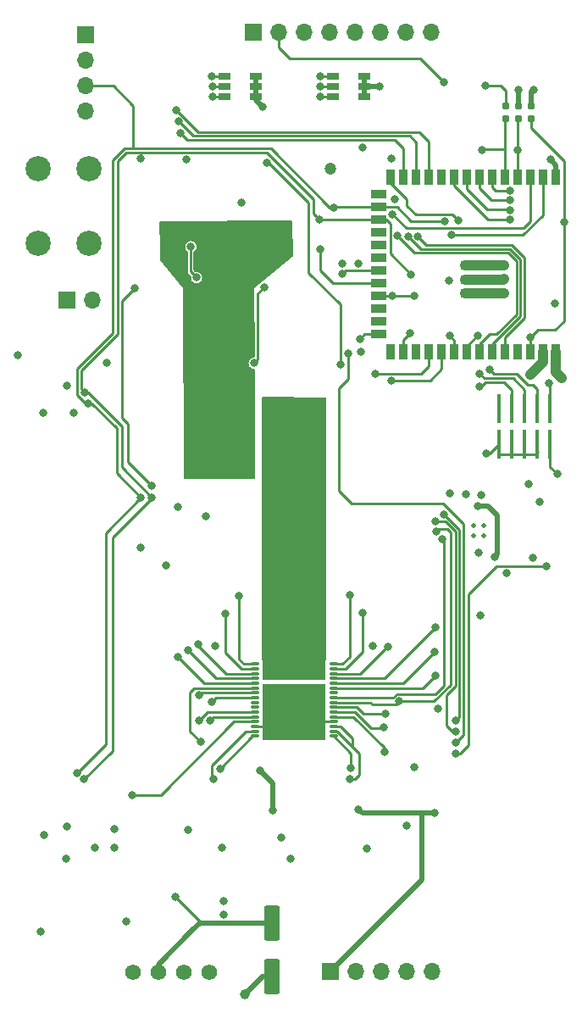
<source format=gbr>
%TF.GenerationSoftware,KiCad,Pcbnew,8.0.7*%
%TF.CreationDate,2025-01-03T18:41:47-08:00*%
%TF.ProjectId,bitaxeMax,62697461-7865-44d6-9178-2e6b69636164,rev?*%
%TF.SameCoordinates,Original*%
%TF.FileFunction,Copper,L4,Bot*%
%TF.FilePolarity,Positive*%
%FSLAX46Y46*%
G04 Gerber Fmt 4.6, Leading zero omitted, Abs format (unit mm)*
G04 Created by KiCad (PCBNEW 8.0.7) date 2025-01-03 18:41:47*
%MOMM*%
%LPD*%
G01*
G04 APERTURE LIST*
G04 Aperture macros list*
%AMRoundRect*
0 Rectangle with rounded corners*
0 $1 Rounding radius*
0 $2 $3 $4 $5 $6 $7 $8 $9 X,Y pos of 4 corners*
0 Add a 4 corners polygon primitive as box body*
4,1,4,$2,$3,$4,$5,$6,$7,$8,$9,$2,$3,0*
0 Add four circle primitives for the rounded corners*
1,1,$1+$1,$2,$3*
1,1,$1+$1,$4,$5*
1,1,$1+$1,$6,$7*
1,1,$1+$1,$8,$9*
0 Add four rect primitives between the rounded corners*
20,1,$1+$1,$2,$3,$4,$5,0*
20,1,$1+$1,$4,$5,$6,$7,0*
20,1,$1+$1,$6,$7,$8,$9,0*
20,1,$1+$1,$8,$9,$2,$3,0*%
G04 Aperture macros list end*
%TA.AperFunction,ComponentPad*%
%ADD10C,0.500000*%
%TD*%
%TA.AperFunction,ComponentPad*%
%ADD11C,0.400000*%
%TD*%
%TA.AperFunction,ComponentPad*%
%ADD12C,1.574800*%
%TD*%
%TA.AperFunction,ComponentPad*%
%ADD13R,1.700000X1.700000*%
%TD*%
%TA.AperFunction,ComponentPad*%
%ADD14O,1.700000X1.700000*%
%TD*%
%TA.AperFunction,ComponentPad*%
%ADD15C,2.520000*%
%TD*%
%TA.AperFunction,SMDPad,CuDef*%
%ADD16R,0.900000X1.500000*%
%TD*%
%TA.AperFunction,SMDPad,CuDef*%
%ADD17R,1.500000X0.900000*%
%TD*%
%TA.AperFunction,SMDPad,CuDef*%
%ADD18R,0.900000X0.900000*%
%TD*%
%TA.AperFunction,SMDPad,CuDef*%
%ADD19RoundRect,0.135000X0.295000X0.000010X-0.295000X0.000010X-0.295000X-0.000010X0.295000X-0.000010X0*%
%TD*%
%TA.AperFunction,SMDPad,CuDef*%
%ADD20R,6.300000X1.850000*%
%TD*%
%TA.AperFunction,SMDPad,CuDef*%
%ADD21R,6.300000X5.550000*%
%TD*%
%TA.AperFunction,ConnectorPad*%
%ADD22C,0.787400*%
%TD*%
%TA.AperFunction,SMDPad,CuDef*%
%ADD23R,1.193800X0.711200*%
%TD*%
%TA.AperFunction,SMDPad,CuDef*%
%ADD24RoundRect,0.250000X-0.550000X1.500000X-0.550000X-1.500000X0.550000X-1.500000X0.550000X1.500000X0*%
%TD*%
%TA.AperFunction,SMDPad,CuDef*%
%ADD25R,0.457200X2.997200*%
%TD*%
%TA.AperFunction,ViaPad*%
%ADD26C,0.800000*%
%TD*%
%TA.AperFunction,ViaPad*%
%ADD27C,1.000000*%
%TD*%
%TA.AperFunction,ViaPad*%
%ADD28C,1.200000*%
%TD*%
%TA.AperFunction,Conductor*%
%ADD29C,0.254000*%
%TD*%
%TA.AperFunction,Conductor*%
%ADD30C,0.508000*%
%TD*%
%TA.AperFunction,Conductor*%
%ADD31C,1.000000*%
%TD*%
G04 APERTURE END LIST*
D10*
%TO.P,U2,16,GND*%
%TO.N,GND*%
X124660000Y-99060000D03*
%TO.P,U2,17,GND*%
X124660000Y-100060000D03*
%TO.P,U2,18,GND*%
X123660000Y-100060000D03*
%TO.P,U2,19,GND*%
X123660000Y-99060000D03*
%TD*%
D11*
%TO.P,U9,11,GND*%
%TO.N,GND*%
X98201691Y-68847200D03*
X99151691Y-69422200D03*
X97251691Y-69422200D03*
X98201691Y-69997200D03*
%TD*%
D12*
%TO.P,J4,1,Pin_1*%
%TO.N,GND*%
X89621000Y-143622000D03*
%TO.P,J4,2,Pin_2*%
%TO.N,/5V*%
X92161000Y-143622000D03*
%TO.P,J4,3,Pin_3*%
%TO.N,/Fan/FAN_TACH*%
X94701000Y-143622000D03*
%TO.P,J4,4,Pin_4*%
%TO.N,/Fan/FAN_PWM*%
X97241000Y-143622000D03*
%TD*%
D13*
%TO.P,J9,1,Pin_1*%
%TO.N,GND*%
X84859000Y-50049000D03*
D14*
%TO.P,J9,2,Pin_2*%
%TO.N,/3V3*%
X84859000Y-52589000D03*
%TO.P,J9,3,Pin_3*%
%TO.N,/SCL*%
X84859000Y-55129000D03*
%TO.P,J9,4,Pin_4*%
%TO.N,/SDA*%
X84859000Y-57669000D03*
%TD*%
D15*
%TO.P,J2,1,Pin_1*%
%TO.N,GND*%
X85190000Y-63390000D03*
X80110000Y-63390000D03*
%TD*%
%TO.P,J1,1,Pin_1*%
%TO.N,/Power/VIN*%
X85190000Y-70810000D03*
X80110000Y-70810000D03*
%TD*%
D13*
%TO.P,J6,1,Pin_1*%
%TO.N,/BI*%
X101626000Y-49799000D03*
D14*
%TO.P,J6,2,Pin_2*%
%TO.N,/RST*%
X104166000Y-49799000D03*
%TO.P,J6,3,Pin_3*%
%TO.N,/RX*%
X106706000Y-49799000D03*
%TO.P,J6,4,Pin_4*%
%TO.N,/TX*%
X109246000Y-49799000D03*
%TO.P,J6,5,Pin_5*%
%TO.N,/SDA*%
X111786000Y-49799000D03*
%TO.P,J6,6,Pin_6*%
%TO.N,/SCL*%
X114326000Y-49799000D03*
%TO.P,J6,7,Pin_7*%
%TO.N,/3V3*%
X116866000Y-49799000D03*
%TO.P,J6,8,Pin_8*%
%TO.N,GND*%
X119406000Y-49799000D03*
%TD*%
D13*
%TO.P,J7,1,Pin_1*%
%TO.N,/Power/VIN*%
X83000000Y-76540000D03*
D14*
%TO.P,J7,2,Pin_2*%
%TO.N,/5V*%
X85540000Y-76540000D03*
%TD*%
D13*
%TO.P,J3,1,Pin_1*%
%TO.N,/BM1397/1V8*%
X109350000Y-143580000D03*
D14*
%TO.P,J3,2,Pin_2*%
%TO.N,/BM1397/CI*%
X111890000Y-143580000D03*
%TO.P,J3,3,Pin_3*%
%TO.N,/BM1397/RO*%
X114430000Y-143580000D03*
%TO.P,J3,4,Pin_4*%
%TO.N,/BM1397/RST_N*%
X116970000Y-143580000D03*
%TO.P,J3,5,Pin_5*%
%TO.N,GND*%
X119510000Y-143580000D03*
%TD*%
D16*
%TO.P,U12,1,GND*%
%TO.N,GND*%
X131870000Y-81710000D03*
%TO.P,U12,2,3V3*%
%TO.N,/3V3*%
X130600000Y-81710000D03*
%TO.P,U12,3,EN*%
%TO.N,/ESP32/EN*%
X129330000Y-81710000D03*
%TO.P,U12,4,GPIO4/TOUCH4/ADC1_CH3*%
%TO.N,unconnected-(U12-Pad4)*%
X128060000Y-81710000D03*
%TO.P,U12,5,GPIO5/TOUCH5/ADC1_CH4*%
%TO.N,/ESP32/LEDZ_R*%
X126790000Y-81710000D03*
%TO.P,U12,6,GPIO6/TOUCH6/ADC1_CH5*%
%TO.N,/ESP32/LEDZ_G*%
X125520000Y-81710000D03*
%TO.P,U12,7,GPIO7/TOUCH7/ADC1_CH6*%
%TO.N,/ESP32/LEDZ_B*%
X124250000Y-81710000D03*
%TO.P,U12,8,GPIO15/U0RTS/ADC2_CH4/XTAL_32K_P*%
%TO.N,/ESP32/XIN32*%
X122980000Y-81710000D03*
%TO.P,U12,9,GPIO16/U0CTS/ADC2_CH5/XTAL_32K_NH5*%
%TO.N,/ESP32/XOUT32*%
X121710000Y-81710000D03*
%TO.P,U12,10,GPIO17/U1TXD/ADC2_CH6*%
%TO.N,/TX*%
X120440000Y-81710000D03*
%TO.P,U12,11,GPIO18/U1RXD/ADC2_CH7/CLK_OUT3*%
%TO.N,/RX*%
X119170000Y-81710000D03*
%TO.P,U12,12,GPIO8/TOUCH8/ADC1_CH7/SUBSPICS1*%
%TO.N,unconnected-(U12-Pad12)*%
X117900000Y-81710000D03*
%TO.P,U12,13,GPIO19/U1RTS/ADC2_CH8/CLK_OUT2/USB_D-*%
%TO.N,/BM1397/CLKI*%
X116630000Y-81710000D03*
%TO.P,U12,14,GPIO20/U1CTS/ADC2_CH9/CLK_OUT1/USB_D+*%
%TO.N,unconnected-(U12-Pad14)*%
X115360000Y-81710000D03*
D17*
%TO.P,U12,15,GPIO3/TOUCH3/ADC1_CH2\u002A*%
%TO.N,Net-(U12-Pad15)*%
X114110000Y-79945000D03*
%TO.P,U12,16,\u002AGPIO46*%
%TO.N,unconnected-(U12-Pad16)*%
X114110000Y-78675000D03*
%TO.P,U12,17,GPIO9/TOUCH9/ADC1_CH8/FSPIHD/SUBSPIHD*%
%TO.N,unconnected-(U12-Pad17)*%
X114110000Y-77405000D03*
%TO.P,U12,18,GPIO10/TOUCH10/ADC1_CH9/FSPICS0/FSPIIO4/SUBSPICS0*%
%TO.N,/BI*%
X114110000Y-76135000D03*
%TO.P,U12,19,GPIO11/TOUCH11/ADC2_CH0/FSPID/FSPIIO5/SUBSPID*%
%TO.N,/Power/PGOOD*%
X114110000Y-74865000D03*
%TO.P,U12,20,GPIO12/TOUCH12/ADC2_CH1/FSPICLK/FSPIIO6/SUBSPICLK*%
%TO.N,/ESP32/FAN_ALERT*%
X114110000Y-73595000D03*
%TO.P,U12,21,GPIO13/TOUCH13/ADC2_CH2/FSPIQ/FSPIIO7/SUBSPIQ*%
%TO.N,unconnected-(U12-Pad21)*%
X114110000Y-72325000D03*
%TO.P,U12,22,GPIO14/TOUCH14/ADC2_CH3/FSPIWP/FSPIDQS/SUBSPIWP*%
%TO.N,unconnected-(U12-Pad22)*%
X114110000Y-71055000D03*
%TO.P,U12,23,GPIO21*%
%TO.N,unconnected-(U12-Pad23)*%
X114110000Y-69785000D03*
%TO.P,U12,24,GPIO47/SPICLK_P/SUBSPICLK_P_DIFF*%
%TO.N,/SDA*%
X114110000Y-68515000D03*
%TO.P,U12,25,GPIO48/SPICLK_N/SUBSPICLK_N_DIFF*%
%TO.N,/SCL*%
X114110000Y-67245000D03*
%TO.P,U12,26,\u002AGPIO45*%
%TO.N,unconnected-(U12-Pad26)*%
X114110000Y-65975000D03*
D16*
%TO.P,U12,27,GPIO0/BOOT\u002A*%
%TO.N,/ESP32/IO0*%
X115360000Y-64210000D03*
%TO.P,U12,28,SPIIO6/GPIO35/FSPID/SUBSPID*%
%TO.N,/ESP32/LEDX_R*%
X116630000Y-64210000D03*
%TO.P,U12,29,SPIIO7/GPIO36/FSPICLK/SUBSPICLK*%
%TO.N,/ESP32/LEDX_G*%
X117900000Y-64210000D03*
%TO.P,U12,30,SPIDQS/GPIO37/FSPIQ/SUBSPIQ*%
%TO.N,/ESP32/LEDX_B*%
X119170000Y-64210000D03*
%TO.P,U12,31,GPIO38/FSPIWP/SUBSPIWP*%
%TO.N,unconnected-(U12-Pad31)*%
X120440000Y-64210000D03*
%TO.P,U12,32,MTCK/GPIO39/CLK_OUT3/SUBSPICS1*%
%TO.N,/ESP32/MTCK*%
X121710000Y-64210000D03*
%TO.P,U12,33,MTDO/GPIO40/CLK_OUT2*%
%TO.N,/ESP32/MTDO*%
X122980000Y-64210000D03*
%TO.P,U12,34,MTDI/GPIO41/CLK_OUT1*%
%TO.N,/ESP32/MTDI*%
X124250000Y-64210000D03*
%TO.P,U12,35,MTMS/GPIO42*%
%TO.N,/ESP32/MTMS*%
X125520000Y-64210000D03*
%TO.P,U12,36,U0RXD/GPIO44/CLK_OUT2*%
%TO.N,/ESP32/P_RX*%
X126790000Y-64210000D03*
%TO.P,U12,37,U0TXD/GPIO43/CLK_OUT1*%
%TO.N,/ESP32/P_TX*%
X128060000Y-64210000D03*
%TO.P,U12,38,GPIO2/TOUCH2/ADC1_CH1*%
%TO.N,/VDD*%
X129330000Y-64210000D03*
%TO.P,U12,39,GPIO1/TOUCH1/ADC1_CH0*%
%TO.N,/RST*%
X130600000Y-64210000D03*
%TO.P,U12,40,GND*%
%TO.N,GND*%
X131870000Y-64210000D03*
D18*
%TO.P,U12,41,GND*%
X122750000Y-75860000D03*
X124150000Y-75860000D03*
X125550000Y-75860000D03*
X122750000Y-74460000D03*
X124150000Y-74460000D03*
X125550000Y-74460000D03*
X122750000Y-73060000D03*
X124150000Y-73060000D03*
X125550000Y-73060000D03*
%TD*%
D19*
%TO.P,IC1,1,VDD3_0*%
%TO.N,Net-(C6-Pad2)*%
X109624600Y-112880000D03*
%TO.P,IC1,2,VDD2_0*%
%TO.N,Net-(C3-Pad2)*%
X109624600Y-113360000D03*
%TO.P,IC1,3,VDD1_0*%
%TO.N,Net-(C2-Pad2)*%
X109624600Y-113840000D03*
%TO.P,IC1,4,ADDR0*%
%TO.N,Net-(IC1-Pad4)*%
X109624600Y-114320000D03*
%TO.P,IC1,5,ADDR1*%
%TO.N,Net-(IC1-Pad5)*%
X109624600Y-114800000D03*
%TO.P,IC1,6,ADDR2*%
%TO.N,Net-(IC1-Pad6)*%
X109624600Y-115280000D03*
%TO.P,IC1,7,TEST*%
%TO.N,unconnected-(IC1-Pad7)*%
X109624600Y-115760000D03*
%TO.P,IC1,8,BI*%
%TO.N,/BM1397/BM_BI*%
X109624600Y-116240000D03*
%TO.P,IC1,9,NRSTI*%
%TO.N,/BM1397/RST_N*%
X109624600Y-116720000D03*
%TO.P,IC1,10,RO*%
%TO.N,Net-(IC1-Pad10)*%
X109624600Y-117200000D03*
%TO.P,IC1,11,CI*%
%TO.N,Net-(IC1-Pad11)*%
X109624600Y-117680000D03*
%TO.P,IC1,12,CLKI*%
%TO.N,/BM1397/BM_CLKI*%
X109624600Y-118160000D03*
%TO.P,IC1,13,PLL_VSS*%
%TO.N,GND*%
X109624600Y-118640000D03*
%TO.P,IC1,14,PLL_VDD*%
%TO.N,/BM1397/0V8*%
X109624600Y-119120000D03*
%TO.P,IC1,15,VDDIO_08_0*%
X109624600Y-119600000D03*
%TO.P,IC1,16,VDDIO_18_0*%
%TO.N,/BM1397/1V8*%
X109624600Y-120080000D03*
%TO.P,IC1,17,VDDIO_18_1*%
X101755400Y-120080000D03*
%TO.P,IC1,18,VDDIO_08_1*%
%TO.N,/BM1397/0V8*%
X101755400Y-119600000D03*
%TO.P,IC1,19,VSS*%
%TO.N,GND*%
X101755400Y-119120000D03*
%TO.P,IC1,20,PIN_MODE*%
%TO.N,Net-(IC1-Pad20)*%
X101755400Y-118640000D03*
%TO.P,IC1,21,TEMP_N*%
%TO.N,/TEMP_N*%
X101755400Y-118160000D03*
%TO.P,IC1,22,TEMP_P*%
%TO.N,/TEMP_P*%
X101755400Y-117680000D03*
%TO.P,IC1,23,RF*%
%TO.N,unconnected-(IC1-Pad23)*%
X101755400Y-117200000D03*
%TO.P,IC1,24,TF*%
%TO.N,unconnected-(IC1-Pad24)*%
X101755400Y-116720000D03*
%TO.P,IC1,25,CLKO*%
%TO.N,Net-(IC1-Pad25)*%
X101755400Y-116240000D03*
%TO.P,IC1,26,CO*%
%TO.N,Net-(IC1-Pad26)*%
X101755400Y-115760000D03*
%TO.P,IC1,27,RI*%
%TO.N,Net-(IC1-Pad27)*%
X101755400Y-115280000D03*
%TO.P,IC1,28,NRSTO*%
%TO.N,Net-(IC1-Pad28)*%
X101755400Y-114800000D03*
%TO.P,IC1,29,BO*%
%TO.N,Net-(IC1-Pad29)*%
X101755400Y-114320000D03*
%TO.P,IC1,30,VDD1_1*%
%TO.N,Net-(C17-Pad2)*%
X101755400Y-113840000D03*
%TO.P,IC1,31,VDD2_1*%
%TO.N,Net-(C15-Pad2)*%
X101755400Y-113360000D03*
%TO.P,IC1,32,VDD3_1*%
%TO.N,Net-(C12-Pad2)*%
X101755400Y-112880000D03*
D20*
%TO.P,IC1,33,VDD*%
%TO.N,/VDD*%
X105690000Y-113480000D03*
D21*
%TO.P,IC1,34,VSS_0*%
%TO.N,GND*%
X105690000Y-117680000D03*
%TD*%
D22*
%TO.P,J5,1,Pin_1*%
%TO.N,/ESP32/EN*%
X129400000Y-58365000D03*
%TO.P,J5,2,Pin_2*%
%TO.N,/3V3*%
X129400000Y-57095000D03*
%TO.P,J5,3,Pin_3*%
%TO.N,/ESP32/P_TX*%
X128130000Y-58365000D03*
%TO.P,J5,4,Pin_4*%
%TO.N,GND*%
X128130000Y-57095000D03*
%TO.P,J5,5,Pin_5*%
%TO.N,/ESP32/P_RX*%
X126860000Y-58365000D03*
%TO.P,J5,6,Pin_6*%
%TO.N,/ESP32/IO0*%
X126860000Y-57095000D03*
%TD*%
D23*
%TO.P,U13,1,BC*%
%TO.N,GND*%
X112698247Y-54179999D03*
%TO.P,U13,2,GC*%
X112698247Y-55180000D03*
%TO.P,U13,3,RC*%
X112698247Y-56180001D03*
%TO.P,U13,4,RA*%
%TO.N,Net-(R29-Pad2)*%
X109574047Y-56180001D03*
%TO.P,U13,5,GA*%
%TO.N,Net-(R27-Pad2)*%
X109574047Y-55180000D03*
%TO.P,U13,6,BA*%
%TO.N,Net-(R22-Pad2)*%
X109574047Y-54179999D03*
%TD*%
D24*
%TO.P,C28,1*%
%TO.N,/5V*%
X103490000Y-138720000D03*
%TO.P,C28,2*%
%TO.N,GND*%
X103490000Y-144120000D03*
%TD*%
D25*
%TO.P,J10,1,1*%
%TO.N,/3V3*%
X131285000Y-90882000D03*
%TO.P,J10,2,2*%
%TO.N,/ESP32/MTMS*%
X131285000Y-87326000D03*
%TO.P,J10,3,3*%
%TO.N,GND*%
X130015000Y-90882000D03*
%TO.P,J10,4,4*%
%TO.N,/ESP32/MTCK*%
X130015000Y-87326000D03*
%TO.P,J10,5,5*%
%TO.N,GND*%
X128745000Y-90882000D03*
%TO.P,J10,6,6*%
%TO.N,/ESP32/MTDO*%
X128745000Y-87326000D03*
%TO.P,J10,7,7*%
%TO.N,GND*%
X127475000Y-90882000D03*
%TO.P,J10,8,8*%
%TO.N,/ESP32/MTDI*%
X127475000Y-87326000D03*
%TO.P,J10,9,9*%
%TO.N,GND*%
X126205000Y-90882000D03*
%TO.P,J10,10,10*%
%TO.N,unconnected-(J10-Pad10)*%
X126205000Y-87326000D03*
%TD*%
D23*
%TO.P,U4,1,BC*%
%TO.N,GND*%
X101864394Y-54209999D03*
%TO.P,U4,2,GC*%
X101864394Y-55210000D03*
%TO.P,U4,3,RC*%
X101864394Y-56210001D03*
%TO.P,U4,4,RA*%
%TO.N,Net-(R28-Pad2)*%
X98740194Y-56210001D03*
%TO.P,U4,5,GA*%
%TO.N,Net-(R26-Pad2)*%
X98740194Y-55210000D03*
%TO.P,U4,6,BA*%
%TO.N,Net-(R21-Pad2)*%
X98740194Y-54209999D03*
%TD*%
D26*
%TO.N,GND*%
X103110000Y-115590000D03*
X97830000Y-111040000D03*
X80410000Y-139600000D03*
X78090000Y-82060000D03*
X100850600Y-73131400D03*
X103110000Y-116950000D03*
X116910000Y-128990000D03*
X104630000Y-119670000D03*
D27*
X126719000Y-75842000D03*
D26*
X97320000Y-93500000D03*
X131300000Y-62500000D03*
X112980000Y-131260000D03*
X108120000Y-119660000D03*
X97320000Y-87878600D03*
X100580000Y-87270000D03*
X97320000Y-84830000D03*
X98860000Y-84830000D03*
X114230000Y-55160000D03*
X104630000Y-115590000D03*
X98682000Y-136516000D03*
X98860000Y-93500000D03*
X112127000Y-72909100D03*
X106450000Y-116920000D03*
X128120000Y-55550000D03*
X113540000Y-111040000D03*
X95400600Y-69431400D03*
X106450000Y-119640000D03*
D27*
X100765000Y-145890000D03*
D26*
X94890000Y-62470000D03*
X97320000Y-86310000D03*
X106450000Y-118280000D03*
X80660000Y-87760000D03*
X97320000Y-89650000D03*
X124888000Y-91866000D03*
D27*
X126719000Y-74372000D03*
D26*
X103110000Y-119670000D03*
X90360055Y-101249945D03*
X88908900Y-138550000D03*
X98860000Y-91520000D03*
X117730000Y-123190000D03*
X104630000Y-118310000D03*
X121210000Y-74547000D03*
X120110000Y-117300000D03*
X98860000Y-86310000D03*
X97320000Y-91520000D03*
X102570000Y-57250000D03*
X87764000Y-129341000D03*
X115749000Y-66446000D03*
X121240000Y-95820000D03*
X112512000Y-61250000D03*
X106450000Y-115560000D03*
X95110000Y-129400000D03*
X98860000Y-89650000D03*
X104630000Y-116950000D03*
X86970000Y-82770000D03*
X129170000Y-94910000D03*
X129580000Y-102230000D03*
D27*
X126719000Y-73012000D03*
D26*
X105330000Y-132320000D03*
X104430000Y-130240000D03*
X108120000Y-115580000D03*
D27*
X132450000Y-84290000D03*
D26*
X124308576Y-108035637D03*
X108120000Y-118300000D03*
X108120000Y-116940000D03*
X98860000Y-87878600D03*
X103110000Y-118310000D03*
X124104100Y-101710000D03*
X83001194Y-129118806D03*
X126970000Y-103748900D03*
X96840000Y-98140000D03*
X92910000Y-102990000D03*
X100580000Y-85521400D03*
%TO.N,/BM1397/1V8*%
X124090000Y-97090000D03*
X119760000Y-127770000D03*
X125770000Y-102190000D03*
X112130000Y-127390000D03*
X111380000Y-123250000D03*
X98320000Y-123300000D03*
%TO.N,/BM1397/0V8*%
X111240000Y-124400000D03*
X97650000Y-124350000D03*
X102260000Y-123530000D03*
X103530000Y-127490000D03*
%TO.N,/VDD*%
X110361000Y-82986000D03*
X115517000Y-67970000D03*
X103000000Y-104240000D03*
X105152000Y-113890000D03*
D28*
X107870000Y-90540000D03*
X107910000Y-92670000D03*
D26*
X104126000Y-113110000D03*
X108330000Y-104270000D03*
X108230000Y-113150000D03*
X103100000Y-113900000D03*
X103000000Y-62838100D03*
X107204000Y-113920000D03*
D28*
X107910000Y-94640000D03*
D26*
X106178000Y-113110000D03*
D28*
X105880000Y-90540000D03*
X105880000Y-88500000D03*
X107850000Y-88520000D03*
X105930000Y-94670000D03*
X105900000Y-92650000D03*
D26*
%TO.N,/ESP32/EN*%
X132665000Y-68760000D03*
X129348000Y-80241000D03*
%TO.N,/5V*%
X85750000Y-131200000D03*
X100470000Y-66770000D03*
X93869000Y-136167000D03*
X87748000Y-131214000D03*
D28*
X109323000Y-63360000D03*
D26*
X98450000Y-131200000D03*
%TO.N,/3V3*%
X115457000Y-62413000D03*
X122890000Y-95930000D03*
X129610000Y-55490000D03*
D27*
X129310000Y-83980000D03*
D26*
X112358000Y-81708000D03*
X110536000Y-72864000D03*
X131744000Y-76848000D03*
X98662000Y-137914100D03*
X124430000Y-95990000D03*
X83700000Y-87750000D03*
X80676100Y-129980000D03*
X82880000Y-132350000D03*
X94100000Y-97190000D03*
X82990000Y-85090000D03*
X131989000Y-93865000D03*
X130200000Y-96690000D03*
%TO.N,/TX*%
X115412000Y-84554000D03*
%TO.N,/RX*%
X113836000Y-83855000D03*
%TO.N,/BM1397/RST_N*%
X119900000Y-99630000D03*
X116190000Y-116610000D03*
%TO.N,/BM1397/CI*%
X121880000Y-119600000D03*
X119850000Y-98620000D03*
%TO.N,/RST*%
X120676000Y-54726000D03*
X121437000Y-70037900D03*
%TO.N,/BM1397/RO*%
X120700000Y-97940000D03*
X121859000Y-118519000D03*
%TO.N,/TEMP_N*%
X97340000Y-118490000D03*
%TO.N,/TEMP_P*%
X96203000Y-118495000D03*
%TO.N,/SCL*%
X120743000Y-68680100D03*
X85120000Y-86810000D03*
X109646000Y-67269000D03*
X90390000Y-96230000D03*
X84010000Y-123740000D03*
%TO.N,/Power/OUT0*%
X91440000Y-95040000D03*
X89730000Y-75310000D03*
%TO.N,Net-(Q2-Pad4)*%
X101710600Y-82811400D03*
X102700000Y-75260000D03*
%TO.N,Net-(C2-Pad2)*%
X115070000Y-111160000D03*
%TO.N,Net-(C3-Pad2)*%
X112530000Y-107800000D03*
%TO.N,Net-(C6-Pad2)*%
X111250000Y-106010000D03*
%TO.N,Net-(C12-Pad2)*%
X100180000Y-106040000D03*
%TO.N,Net-(C15-Pad2)*%
X98850000Y-107880000D03*
%TO.N,Net-(C17-Pad2)*%
X96130000Y-110920000D03*
%TO.N,Net-(C42-Pad1)*%
X95368800Y-71183600D03*
X95958800Y-74273600D03*
%TO.N,Net-(IC1-Pad4)*%
X119820000Y-109230000D03*
%TO.N,Net-(IC1-Pad5)*%
X119780000Y-111630000D03*
%TO.N,Net-(IC1-Pad6)*%
X119790000Y-114060000D03*
%TO.N,Net-(IC1-Pad10)*%
X114800000Y-117880000D03*
%TO.N,Net-(IC1-Pad11)*%
X114690000Y-119230000D03*
%TO.N,Net-(IC1-Pad20)*%
X89540000Y-125970000D03*
%TO.N,Net-(IC1-Pad25)*%
X97500000Y-116660000D03*
%TO.N,Net-(IC1-Pad26)*%
X96180000Y-115958900D03*
%TO.N,Net-(IC1-Pad27)*%
X96360000Y-120670000D03*
%TO.N,Net-(IC1-Pad28)*%
X94099000Y-112195000D03*
%TO.N,Net-(IC1-Pad29)*%
X95116000Y-111529000D03*
%TO.N,/BI*%
X117717100Y-76139000D03*
X115546000Y-76073000D03*
%TO.N,/ESP32/P_TX*%
X128060000Y-61549000D03*
%TO.N,/ESP32/P_RX*%
X124447000Y-61551000D03*
%TO.N,/ESP32/IO0*%
X124830000Y-55100000D03*
X122113000Y-68573000D03*
%TO.N,/ESP32/XIN32*%
X124019000Y-80080000D03*
%TO.N,/BM1397/CLKI*%
X117264000Y-79858000D03*
%TO.N,Net-(R21-Pad2)*%
X97500000Y-54210000D03*
%TO.N,/ESP32/XOUT32*%
X121248000Y-80100000D03*
%TO.N,/Power/PGOOD*%
X108278900Y-71440000D03*
%TO.N,Net-(R23-Pad2)*%
X130950000Y-103070000D03*
X121875000Y-121856000D03*
%TO.N,Net-(R22-Pad2)*%
X108340000Y-54180000D03*
%TO.N,/ESP32/LEDX_B*%
X93950000Y-57520000D03*
%TO.N,Net-(R26-Pad2)*%
X97520000Y-55200000D03*
%TO.N,/ESP32/FAN_ALERT*%
X111108000Y-81876000D03*
X121867000Y-120750000D03*
X110497000Y-73924000D03*
%TO.N,/ESP32/LEDZ_B*%
X116044000Y-70126000D03*
%TO.N,Net-(R27-Pad2)*%
X108320000Y-55170000D03*
%TO.N,/ESP32/LEDX_G*%
X94129945Y-58660055D03*
%TO.N,Net-(R28-Pad2)*%
X97540000Y-56230000D03*
%TO.N,/ESP32/LEDZ_G*%
X117097000Y-70138000D03*
%TO.N,Net-(R29-Pad2)*%
X108310000Y-56190000D03*
%TO.N,/BM1397/BM_BI*%
X120490000Y-100430000D03*
%TO.N,/SDA*%
X84702648Y-124392960D03*
X108222000Y-68481000D03*
X117403141Y-73987441D03*
X84730000Y-85730000D03*
X91500000Y-96290000D03*
X90357445Y-62412445D03*
%TO.N,Net-(U12-Pad15)*%
X112273000Y-80390000D03*
%TO.N,/BM1397/BM_CLKI*%
X114720000Y-121640000D03*
%TO.N,/ESP32/LEDX_R*%
X94319890Y-59810110D03*
%TO.N,/ESP32/LEDZ_R*%
X118065584Y-70146474D03*
%TO.N,/ESP32/MTCK*%
X125236000Y-83472000D03*
X127256267Y-68475562D03*
%TO.N,/ESP32/MTDO*%
X124253000Y-83852000D03*
X127290717Y-67524283D03*
%TO.N,/ESP32/MTDI*%
X127270301Y-66543756D03*
X124253000Y-85168000D03*
%TO.N,/ESP32/MTMS*%
X127287000Y-65592000D03*
X131133000Y-84822000D03*
%TD*%
D29*
%TO.N,GND*%
X129770000Y-91933000D02*
X126205000Y-91933000D01*
X101755400Y-119120000D02*
X104250000Y-119120000D01*
X130029000Y-91674000D02*
X129770000Y-91933000D01*
X126205000Y-90882000D02*
X125221000Y-91866000D01*
X104250000Y-119120000D02*
X105690000Y-117680000D01*
D30*
X128130000Y-57095000D02*
X128130000Y-55560000D01*
X131870000Y-64210000D02*
X131870000Y-63070000D01*
D29*
X126205000Y-90882000D02*
X126205000Y-91933000D01*
X106650000Y-118640000D02*
X105690000Y-117680000D01*
D31*
X122750000Y-75860000D02*
X126701000Y-75860000D01*
D30*
X101864394Y-56210001D02*
X101864394Y-56544394D01*
D31*
X122750000Y-73060000D02*
X126671000Y-73060000D01*
D30*
X103490000Y-144120000D02*
X102450000Y-144120000D01*
D29*
X130015000Y-90882000D02*
X130015000Y-91660000D01*
D31*
X132450000Y-84290000D02*
X131870000Y-83710000D01*
D29*
X130015000Y-91660000D02*
X130029000Y-91674000D01*
D31*
X126671000Y-73060000D02*
X126719000Y-73012000D01*
D29*
X109624600Y-118640000D02*
X106650000Y-118640000D01*
D30*
X101864394Y-56210001D02*
X101864394Y-54209999D01*
D31*
X122750000Y-74460000D02*
X126631000Y-74460000D01*
D30*
X131870000Y-63070000D02*
X131300000Y-62500000D01*
X112698247Y-55180000D02*
X114210000Y-55180000D01*
D29*
X125221000Y-91866000D02*
X124888000Y-91866000D01*
D30*
X128130000Y-55560000D02*
X128120000Y-55550000D01*
X102450000Y-144205000D02*
X100765000Y-145890000D01*
X102450000Y-144120000D02*
X102450000Y-144205000D01*
X112698247Y-54179999D02*
X112698247Y-56180001D01*
X101864394Y-56544394D02*
X102570000Y-57250000D01*
D31*
X126631000Y-74460000D02*
X126719000Y-74372000D01*
D30*
X114210000Y-55180000D02*
X114230000Y-55160000D01*
D31*
X126701000Y-75860000D02*
X126719000Y-75842000D01*
X131870000Y-83710000D02*
X131870000Y-81710000D01*
D29*
%TO.N,/BM1397/1V8*%
X111380000Y-121835400D02*
X111380000Y-123250000D01*
D30*
X125070000Y-97090000D02*
X124090000Y-97090000D01*
X112130000Y-127390000D02*
X112510000Y-127770000D01*
X112510000Y-127770000D02*
X118490000Y-127770000D01*
X126040000Y-98060000D02*
X125070000Y-97090000D01*
D29*
X101540000Y-120080000D02*
X98320000Y-123300000D01*
D30*
X126040000Y-101920000D02*
X126040000Y-98060000D01*
X118490000Y-134440000D02*
X109350000Y-143580000D01*
D29*
X109624600Y-120080000D02*
X111380000Y-121835400D01*
D30*
X118490000Y-127770000D02*
X118490000Y-134440000D01*
D29*
X101755400Y-120080000D02*
X101540000Y-120080000D01*
D30*
X118490000Y-127770000D02*
X119760000Y-127770000D01*
X125770000Y-102190000D02*
X126040000Y-101920000D01*
D29*
%TO.N,/BM1397/0V8*%
X101755400Y-119600000D02*
X100830000Y-119600000D01*
D30*
X103530000Y-127490000D02*
X103530000Y-124800000D01*
D29*
X97460000Y-124160000D02*
X97650000Y-124350000D01*
X111500000Y-120270000D02*
X111500000Y-121000000D01*
X111500000Y-121000000D02*
X111462487Y-121037513D01*
X111760000Y-124400000D02*
X111240000Y-124400000D01*
X111462487Y-121037513D02*
X112220000Y-121795026D01*
X110350000Y-119120000D02*
X111500000Y-120270000D01*
X109624600Y-119600000D02*
X110024974Y-119600000D01*
D30*
X103530000Y-124800000D02*
X102260000Y-123530000D01*
D29*
X109624600Y-119120000D02*
X110350000Y-119120000D01*
X97460000Y-122970000D02*
X97460000Y-124160000D01*
X110024974Y-119600000D02*
X111462487Y-121037513D01*
X112220000Y-123940000D02*
X111760000Y-124400000D01*
X112220000Y-121795026D02*
X112220000Y-123940000D01*
X100830000Y-119600000D02*
X97460000Y-122970000D01*
%TO.N,/VDD*%
X103133100Y-62838100D02*
X103000000Y-62838100D01*
X115517000Y-67970000D02*
X116906000Y-69359000D01*
X110300000Y-82925000D02*
X110300000Y-76960000D01*
X110300000Y-76960000D02*
X107110000Y-73770000D01*
X116906000Y-69359000D02*
X128630000Y-69359000D01*
X128630000Y-69359000D02*
X129330000Y-68659000D01*
X107110000Y-73770000D02*
X107110000Y-66815000D01*
X110361000Y-82986000D02*
X110300000Y-82925000D01*
X129330000Y-68659000D02*
X129330000Y-64210000D01*
X107110000Y-66815000D02*
X103133100Y-62838100D01*
%TO.N,/ESP32/EN*%
X129348000Y-80241000D02*
X129348000Y-80228000D01*
X132665000Y-62605000D02*
X132665000Y-68760000D01*
X132665000Y-78605000D02*
X131780000Y-79490000D01*
X130050000Y-79490000D02*
X129330000Y-80210000D01*
X129348000Y-80228000D02*
X129330000Y-80210000D01*
X129390000Y-59330000D02*
X132665000Y-62605000D01*
X129500000Y-58355000D02*
X129390000Y-58465000D01*
X129400000Y-59320000D02*
X129400000Y-58365000D01*
X131780000Y-79490000D02*
X130050000Y-79490000D01*
X129330000Y-80210000D02*
X129330000Y-81710000D01*
X129390000Y-59330000D02*
X129400000Y-59320000D01*
X132665000Y-68760000D02*
X132665000Y-78605000D01*
D30*
%TO.N,/5V*%
X92161000Y-142859000D02*
X92161000Y-143622000D01*
D29*
X93869000Y-136167000D02*
X96290000Y-138588000D01*
D30*
X95560000Y-139450000D02*
X95560000Y-139460000D01*
X96290000Y-138720000D02*
X95560000Y-139450000D01*
X103490000Y-138720000D02*
X96290000Y-138720000D01*
D29*
X96290000Y-138588000D02*
X96290000Y-138720000D01*
D30*
X95560000Y-139460000D02*
X92161000Y-142859000D01*
D31*
%TO.N,/3V3*%
X130600000Y-82690000D02*
X130600000Y-81710000D01*
D29*
X131285000Y-90882000D02*
X131285000Y-93161000D01*
X131285000Y-93161000D02*
X131989000Y-93865000D01*
D30*
X129400000Y-55700000D02*
X129610000Y-55490000D01*
D31*
X129310000Y-83980000D02*
X130600000Y-82690000D01*
D30*
X129400000Y-57095000D02*
X129400000Y-55700000D01*
D29*
%TO.N,/TX*%
X119281000Y-84554000D02*
X120440000Y-83395000D01*
X115412000Y-84554000D02*
X119281000Y-84554000D01*
X120440000Y-83395000D02*
X120440000Y-81710000D01*
%TO.N,/RX*%
X113836000Y-83855000D02*
X118414000Y-83855000D01*
X118414000Y-83855000D02*
X119170000Y-83099000D01*
X119170000Y-83099000D02*
X119170000Y-81710000D01*
%TO.N,/BM1397/RST_N*%
X113349874Y-116720000D02*
X113498785Y-116868911D01*
X121339400Y-114934857D02*
X119664257Y-116610000D01*
X119900000Y-99630000D02*
X120170000Y-99360000D01*
X121339400Y-99729400D02*
X121339400Y-114934857D01*
X119664257Y-116610000D02*
X116190000Y-116610000D01*
X120970000Y-99360000D02*
X121339400Y-99729400D01*
X115931089Y-116868911D02*
X116190000Y-116610000D01*
X109624600Y-116720000D02*
X113349874Y-116720000D01*
X120170000Y-99360000D02*
X120970000Y-99360000D01*
X113498785Y-116868911D02*
X115931089Y-116868911D01*
%TO.N,/BM1397/CI*%
X121820000Y-115028993D02*
X121820000Y-99635264D01*
X121880000Y-119600000D02*
X121509000Y-119600000D01*
X120804736Y-98620000D02*
X119850000Y-98620000D01*
X120908000Y-118999000D02*
X120908000Y-115940993D01*
X121509000Y-119600000D02*
X120908000Y-118999000D01*
X121820000Y-99635264D02*
X120804736Y-98620000D01*
X120908000Y-115940993D02*
X121820000Y-115028993D01*
%TO.N,/RST*%
X104166000Y-51281000D02*
X104166000Y-49799000D01*
X130550000Y-64260000D02*
X130600000Y-64210000D01*
X121437000Y-70037900D02*
X128525836Y-70037900D01*
X105268000Y-52383000D02*
X104166000Y-51281000D01*
X118333000Y-52383000D02*
X105268000Y-52383000D01*
X120676000Y-54726000D02*
X118333000Y-52383000D01*
X128525836Y-70037900D02*
X130550000Y-68013736D01*
X130550000Y-68013736D02*
X130550000Y-64260000D01*
%TO.N,/BM1397/RO*%
X121859000Y-118519000D02*
X122226400Y-118151600D01*
X122226400Y-99466400D02*
X120700000Y-97940000D01*
X122226400Y-118151600D02*
X122226400Y-99466400D01*
%TO.N,/TEMP_N*%
X97340000Y-118490000D02*
X97670000Y-118160000D01*
X97670000Y-118160000D02*
X101755400Y-118160000D01*
%TO.N,/TEMP_P*%
X97018000Y-117680000D02*
X101755400Y-117680000D01*
X96203000Y-118495000D02*
X97018000Y-117680000D01*
%TO.N,/SCL*%
X87990000Y-93830000D02*
X87990000Y-89340000D01*
X90390000Y-96230000D02*
X87990000Y-93830000D01*
X120743000Y-68680100D02*
X117408100Y-68680100D01*
X85460000Y-86810000D02*
X85120000Y-86810000D01*
X84849183Y-86810000D02*
X85120000Y-86810000D01*
X90390000Y-96280000D02*
X86891001Y-99778999D01*
X84004200Y-85965017D02*
X84849183Y-86810000D01*
X89611200Y-61384200D02*
X88761064Y-61384200D01*
X117408100Y-68680100D02*
X115973000Y-67245000D01*
X115973000Y-67245000D02*
X114110000Y-67245000D01*
X89611200Y-61384200D02*
X89611200Y-57093200D01*
X109670000Y-67245000D02*
X114110000Y-67245000D01*
X109646000Y-67269000D02*
X109670000Y-67245000D01*
X87567632Y-62577632D02*
X87567632Y-79787632D01*
X87567632Y-79787632D02*
X84004200Y-83351064D01*
X88761064Y-61384200D02*
X87567632Y-62577632D01*
X84004200Y-83351064D02*
X84004200Y-85965017D01*
X87647000Y-55129000D02*
X84859000Y-55129000D01*
X86891001Y-120858999D02*
X84010000Y-123740000D01*
X109266000Y-67269000D02*
X103381200Y-61384200D01*
X89611200Y-57093200D02*
X87647000Y-55129000D01*
X87990000Y-89340000D02*
X85460000Y-86810000D01*
X90390000Y-96230000D02*
X90390000Y-96280000D01*
X86891001Y-99778999D02*
X86891001Y-120858999D01*
X103381200Y-61384200D02*
X89611200Y-61384200D01*
X109646000Y-67269000D02*
X109266000Y-67269000D01*
%TO.N,/Power/OUT0*%
X89080000Y-92680000D02*
X89080000Y-88900000D01*
X88456400Y-88276400D02*
X88456400Y-76583600D01*
X88456400Y-76583600D02*
X89730000Y-75310000D01*
X91440000Y-95040000D02*
X89080000Y-92680000D01*
X89080000Y-88900000D02*
X88456400Y-88276400D01*
%TO.N,Net-(Q2-Pad4)*%
X102700000Y-75260000D02*
X102080000Y-75880000D01*
X102080000Y-75880000D02*
X102080000Y-82442000D01*
X102080000Y-82442000D02*
X101710600Y-82811400D01*
%TO.N,Net-(C2-Pad2)*%
X112300000Y-113840000D02*
X114980000Y-111160000D01*
X109624600Y-113840000D02*
X112300000Y-113840000D01*
X114980000Y-111160000D02*
X115070000Y-111160000D01*
%TO.N,Net-(C3-Pad2)*%
X110850000Y-113370000D02*
X112530000Y-111690000D01*
X109634600Y-113370000D02*
X110850000Y-113370000D01*
X109624600Y-113360000D02*
X109634600Y-113370000D01*
X112530000Y-111690000D02*
X112530000Y-107800000D01*
%TO.N,Net-(C6-Pad2)*%
X110540000Y-112880000D02*
X111250000Y-112170000D01*
X111250000Y-112170000D02*
X111250000Y-106010000D01*
X109624600Y-112880000D02*
X110540000Y-112880000D01*
%TO.N,Net-(C12-Pad2)*%
X100680000Y-112880000D02*
X100180000Y-112380000D01*
X100180000Y-112380000D02*
X100180000Y-106040000D01*
X101755400Y-112880000D02*
X100680000Y-112880000D01*
%TO.N,Net-(C15-Pad2)*%
X100450000Y-113360000D02*
X98850000Y-111760000D01*
X98850000Y-111760000D02*
X98850000Y-107880000D01*
X101755400Y-113360000D02*
X100450000Y-113360000D01*
%TO.N,Net-(C17-Pad2)*%
X101755400Y-113840000D02*
X98890000Y-113840000D01*
X98890000Y-113840000D02*
X96130000Y-111080000D01*
X96130000Y-111080000D02*
X96130000Y-110920000D01*
%TO.N,Net-(C42-Pad1)*%
X95368800Y-73683600D02*
X95368800Y-71183600D01*
X95958800Y-74273600D02*
X95368800Y-73683600D01*
%TO.N,Net-(IC1-Pad4)*%
X114720000Y-114320000D02*
X119810000Y-109230000D01*
X119810000Y-109230000D02*
X119820000Y-109230000D01*
X109624600Y-114320000D02*
X114720000Y-114320000D01*
%TO.N,Net-(IC1-Pad5)*%
X116610000Y-114800000D02*
X119780000Y-111630000D01*
X109624600Y-114800000D02*
X116610000Y-114800000D01*
%TO.N,Net-(IC1-Pad6)*%
X118570000Y-115280000D02*
X119790000Y-114060000D01*
X109624600Y-115280000D02*
X118570000Y-115280000D01*
%TO.N,Net-(IC1-Pad10)*%
X111950000Y-117200000D02*
X109624600Y-117200000D01*
X111950000Y-117200000D02*
X112630000Y-117880000D01*
X112630000Y-117880000D02*
X114800000Y-117880000D01*
%TO.N,Net-(IC1-Pad11)*%
X109624600Y-117680000D02*
X111790000Y-117680000D01*
X113350000Y-119240000D02*
X114680000Y-119240000D01*
X111790000Y-117680000D02*
X113350000Y-119240000D01*
X114680000Y-119240000D02*
X114690000Y-119230000D01*
%TO.N,Net-(IC1-Pad20)*%
X92380000Y-125970000D02*
X99710000Y-118640000D01*
X99710000Y-118640000D02*
X101755400Y-118640000D01*
X89540000Y-125970000D02*
X92380000Y-125970000D01*
%TO.N,Net-(IC1-Pad25)*%
X97500000Y-116660000D02*
X97920000Y-116240000D01*
X97920000Y-116240000D02*
X101755400Y-116240000D01*
%TO.N,Net-(IC1-Pad26)*%
X101755400Y-115760000D02*
X96378900Y-115760000D01*
X96378900Y-115760000D02*
X96180000Y-115958900D01*
%TO.N,Net-(IC1-Pad27)*%
X95700000Y-115280000D02*
X95280000Y-115700000D01*
X101755400Y-115280000D02*
X95700000Y-115280000D01*
X95280000Y-119590000D02*
X96360000Y-120670000D01*
X95280000Y-115700000D02*
X95280000Y-119590000D01*
%TO.N,Net-(IC1-Pad28)*%
X96700000Y-114800000D02*
X101755400Y-114800000D01*
X94099000Y-112195000D02*
X94099000Y-112199000D01*
X94099000Y-112199000D02*
X96700000Y-114800000D01*
%TO.N,Net-(IC1-Pad29)*%
X95116000Y-111529000D02*
X97907000Y-114320000D01*
X97907000Y-114320000D02*
X101755400Y-114320000D01*
%TO.N,/BI*%
X117717100Y-76139000D02*
X117713100Y-76135000D01*
X117713100Y-76135000D02*
X114110000Y-76135000D01*
%TO.N,/ESP32/P_TX*%
X128060000Y-64210000D02*
X128060000Y-61549000D01*
X128060000Y-58525000D02*
X128060000Y-61549000D01*
X128230000Y-58355000D02*
X128060000Y-58525000D01*
%TO.N,/ESP32/P_RX*%
X126790000Y-64210000D02*
X126790000Y-61478000D01*
X124520000Y-61478000D02*
X124447000Y-61551000D01*
X126790000Y-61478000D02*
X124520000Y-61478000D01*
X126790000Y-61478000D02*
X126790000Y-58525000D01*
X126790000Y-58525000D02*
X126960000Y-58355000D01*
%TO.N,/ESP32/IO0*%
X126830000Y-56955000D02*
X126960000Y-57085000D01*
X122113000Y-68573000D02*
X121540700Y-68000700D01*
X117843700Y-68000700D02*
X116965817Y-67122817D01*
X116965817Y-66474000D02*
X115360000Y-64868183D01*
X121540700Y-68000700D02*
X117843700Y-68000700D01*
X126310000Y-55100000D02*
X126830000Y-55620000D01*
X115360000Y-64868183D02*
X115360000Y-64210000D01*
X124830000Y-55100000D02*
X126310000Y-55100000D01*
X126830000Y-55620000D02*
X126830000Y-56955000D01*
X116965817Y-67122817D02*
X116965817Y-66474000D01*
%TO.N,/ESP32/XIN32*%
X122980000Y-81119000D02*
X124019000Y-80080000D01*
X122980000Y-81710000D02*
X122980000Y-81119000D01*
%TO.N,/BM1397/CLKI*%
X116623000Y-80532000D02*
X116630000Y-80539000D01*
X117264000Y-79858000D02*
X116623000Y-80499000D01*
X116630000Y-80539000D02*
X116630000Y-81710000D01*
X116623000Y-80499000D02*
X116623000Y-80532000D01*
%TO.N,Net-(R21-Pad2)*%
X97500000Y-54210000D02*
X98740194Y-54209999D01*
%TO.N,/ESP32/XOUT32*%
X121710000Y-81710000D02*
X121710000Y-80562000D01*
X121710000Y-80562000D02*
X121248000Y-80100000D01*
%TO.N,/Power/PGOOD*%
X109615000Y-74865000D02*
X108278900Y-73528900D01*
X114110000Y-74865000D02*
X109615000Y-74865000D01*
X108278900Y-73528900D02*
X108278900Y-71440000D01*
%TO.N,Net-(R23-Pad2)*%
X125930000Y-103070000D02*
X130950000Y-103070000D01*
X123090000Y-120930000D02*
X123090000Y-105910000D01*
X121951600Y-121779400D02*
X122240600Y-121779400D01*
X122240600Y-121779400D02*
X123090000Y-120930000D01*
X121875000Y-121856000D02*
X121951600Y-121779400D01*
X123090000Y-105910000D02*
X125930000Y-103070000D01*
%TO.N,Net-(R22-Pad2)*%
X108340000Y-54180000D02*
X109574047Y-54179999D01*
%TO.N,/ESP32/LEDX_B*%
X119170000Y-60650000D02*
X119170000Y-64210000D01*
X93950000Y-57520000D02*
X96147200Y-59717200D01*
X96147200Y-59717200D02*
X118237200Y-59717200D01*
X118237200Y-59717200D02*
X119170000Y-60650000D01*
%TO.N,Net-(R26-Pad2)*%
X97520000Y-55200000D02*
X98730194Y-55200000D01*
X98730194Y-55200000D02*
X98740194Y-55210000D01*
%TO.N,/ESP32/FAN_ALERT*%
X120545817Y-96825000D02*
X111448000Y-96825000D01*
X110193000Y-85328200D02*
X111108000Y-84413200D01*
X110833000Y-73588000D02*
X114103000Y-73588000D01*
X122632800Y-119984200D02*
X122632800Y-98911983D01*
X121867000Y-120750000D02*
X122632800Y-119984200D01*
X110497000Y-73924000D02*
X110833000Y-73588000D01*
X110193000Y-95570000D02*
X110193000Y-85328200D01*
X122632800Y-98911983D02*
X120545817Y-96825000D01*
X111448000Y-96825000D02*
X110193000Y-95570000D01*
X114103000Y-73588000D02*
X114110000Y-73595000D01*
X111108000Y-84413200D02*
X111108000Y-81876000D01*
%TO.N,/ESP32/LEDZ_B*%
X125272000Y-79918000D02*
X124250000Y-80940000D01*
X127918000Y-72643000D02*
X127918000Y-77938000D01*
X127091000Y-71816000D02*
X127918000Y-72643000D01*
X117734000Y-71816000D02*
X127091000Y-71816000D01*
X124250000Y-80940000D02*
X124250000Y-81710000D01*
X116044000Y-70126000D02*
X117734000Y-71816000D01*
X125938000Y-79918000D02*
X125272000Y-79918000D01*
X127918000Y-77938000D02*
X125938000Y-79918000D01*
%TO.N,Net-(R27-Pad2)*%
X108320000Y-55170000D02*
X109564047Y-55170000D01*
X109564047Y-55170000D02*
X109574047Y-55180000D01*
%TO.N,/ESP32/LEDX_G*%
X94129945Y-58660055D02*
X95599890Y-60130000D01*
X117290000Y-60130000D02*
X117900000Y-60740000D01*
X95599890Y-60130000D02*
X117290000Y-60130000D01*
X117900000Y-60740000D02*
X117900000Y-64210000D01*
%TO.N,Net-(R28-Pad2)*%
X98720195Y-56230000D02*
X98740194Y-56210001D01*
X97540000Y-56230000D02*
X98720195Y-56230000D01*
%TO.N,/ESP32/LEDZ_G*%
X125520000Y-80910736D02*
X125520000Y-81710000D01*
X127259336Y-71409600D02*
X128324400Y-72474664D01*
X117097000Y-70138000D02*
X118368600Y-71409600D01*
X128324400Y-72474664D02*
X128324400Y-78106336D01*
X118368600Y-71409600D02*
X127259336Y-71409600D01*
X128324400Y-78106336D02*
X125520000Y-80910736D01*
%TO.N,Net-(R29-Pad2)*%
X108310000Y-56190000D02*
X109564048Y-56190000D01*
X109564048Y-56190000D02*
X109574047Y-56180001D01*
%TO.N,/BM1397/BM_BI*%
X115979183Y-115860000D02*
X115599183Y-116240000D01*
X109634600Y-116230000D02*
X109624600Y-116240000D01*
X119840000Y-115860000D02*
X115979183Y-115860000D01*
X120490000Y-100430000D02*
X120690000Y-100630000D01*
X120690000Y-100630000D02*
X120690000Y-115010000D01*
X120690000Y-115010000D02*
X119840000Y-115860000D01*
X109624600Y-116240000D02*
X115599183Y-116240000D01*
%TO.N,/SDA*%
X84410600Y-85410600D02*
X84410600Y-83519400D01*
X117403141Y-73987441D02*
X115322000Y-71906300D01*
X84410600Y-83519400D02*
X88050000Y-79880000D01*
X102959600Y-61790600D02*
X107600000Y-66431000D01*
X114110000Y-68515000D02*
X108256000Y-68515000D01*
X114913000Y-68515000D02*
X114110000Y-68515000D01*
X87570401Y-100249599D02*
X87570401Y-121525207D01*
X90357445Y-62412445D02*
X90357445Y-61868445D01*
X88500000Y-89140000D02*
X85090000Y-85730000D01*
X87570401Y-121525207D02*
X84702648Y-124392960D01*
X90357445Y-61868445D02*
X90279600Y-61790600D01*
X84730000Y-85730000D02*
X84410600Y-85410600D01*
X108256000Y-68515000D02*
X108222000Y-68481000D01*
X91500000Y-96320000D02*
X87570401Y-100249599D01*
X115322000Y-68924000D02*
X114913000Y-68515000D01*
X88050000Y-79880000D02*
X88050000Y-62670000D01*
X115322000Y-71906300D02*
X115322000Y-68924000D01*
X85090000Y-85730000D02*
X84730000Y-85730000D01*
X88929400Y-61790600D02*
X90279600Y-61790600D01*
X107600000Y-66431000D02*
X107600000Y-67859000D01*
X90279600Y-61790600D02*
X102959600Y-61790600D01*
X107600000Y-67859000D02*
X108222000Y-68481000D01*
X88050000Y-62670000D02*
X88929400Y-61790600D01*
X91500000Y-96290000D02*
X91500000Y-96240000D01*
X91500000Y-96240000D02*
X88500000Y-93240000D01*
X88500000Y-93240000D02*
X88500000Y-89140000D01*
X91500000Y-96290000D02*
X91500000Y-96320000D01*
%TO.N,Net-(U12-Pad15)*%
X114110000Y-79945000D02*
X112718000Y-79945000D01*
X112718000Y-79945000D02*
X112273000Y-80390000D01*
%TO.N,/BM1397/BM_CLKI*%
X114720000Y-121260000D02*
X111620000Y-118160000D01*
X111620000Y-118160000D02*
X109624600Y-118160000D01*
X114720000Y-121640000D02*
X114720000Y-121260000D01*
%TO.N,/ESP32/LEDX_R*%
X94319890Y-59810110D02*
X95046180Y-60536400D01*
X95046180Y-60536400D02*
X115770000Y-60536400D01*
X115770000Y-60536400D02*
X116630000Y-61396400D01*
X116630000Y-61396400D02*
X116630000Y-64210000D01*
%TO.N,/ESP32/LEDZ_R*%
X128730800Y-72306328D02*
X128730800Y-78274672D01*
X118065584Y-70146474D02*
X118922310Y-71003200D01*
X127427672Y-71003200D02*
X128730800Y-72306328D01*
X128730800Y-78274672D02*
X126790000Y-80215472D01*
X126790000Y-80215472D02*
X126790000Y-81710000D01*
X118922310Y-71003200D02*
X127427672Y-71003200D01*
%TO.N,/ESP32/MTCK*%
X125236000Y-83472000D02*
X125624000Y-83860000D01*
X129050000Y-84977000D02*
X129602000Y-84977000D01*
X129602000Y-84977000D02*
X130015000Y-85390000D01*
X127256267Y-68475562D02*
X125095562Y-68475562D01*
X121710000Y-65090000D02*
X121710000Y-64210000D01*
X127933000Y-83860000D02*
X129050000Y-84977000D01*
X130015000Y-85390000D02*
X130015000Y-87326000D01*
X125624000Y-83860000D02*
X127933000Y-83860000D01*
X125095562Y-68475562D02*
X121710000Y-65090000D01*
%TO.N,/ESP32/MTDO*%
X128745000Y-85476000D02*
X128745000Y-87326000D01*
X127620000Y-84351000D02*
X128745000Y-85476000D01*
X125009764Y-67421764D02*
X127188198Y-67421764D01*
X122980000Y-64210000D02*
X122980000Y-65392000D01*
X124752000Y-84351000D02*
X127620000Y-84351000D01*
X124253000Y-83852000D02*
X124752000Y-84351000D01*
X127188198Y-67421764D02*
X127290717Y-67524283D01*
X122980000Y-65392000D02*
X125009764Y-67421764D01*
%TO.N,/ESP32/MTDI*%
X125412756Y-66543756D02*
X124250000Y-65381000D01*
X127270301Y-66543756D02*
X125412756Y-66543756D01*
X126700400Y-84757400D02*
X127475000Y-85532000D01*
X127475000Y-85532000D02*
X127475000Y-87326000D01*
X124382800Y-85168000D02*
X124793400Y-84757400D01*
X124253000Y-85168000D02*
X124382800Y-85168000D01*
X124250000Y-65381000D02*
X124250000Y-64210000D01*
X124793400Y-84757400D02*
X126700400Y-84757400D01*
%TO.N,/ESP32/MTMS*%
X131133000Y-84822000D02*
X131285000Y-84974000D01*
X131285000Y-84974000D02*
X131285000Y-87326000D01*
X125520000Y-65287000D02*
X125520000Y-64210000D01*
X127287000Y-65592000D02*
X125825000Y-65592000D01*
X125825000Y-65592000D02*
X125520000Y-65287000D01*
%TD*%
%TA.AperFunction,Conductor*%
%TO.N,GND*%
G36*
X105474613Y-68611487D02*
G01*
X105521187Y-68665072D01*
X105532635Y-68715521D01*
X105587982Y-72090776D01*
X105569100Y-72159216D01*
X105541983Y-72190200D01*
X101730600Y-75321400D01*
X101758932Y-82136342D01*
X101739213Y-82204545D01*
X101685751Y-82251261D01*
X101649380Y-82261788D01*
X101566264Y-82272731D01*
X101566259Y-82272732D01*
X101431770Y-82328440D01*
X101431763Y-82328444D01*
X101316267Y-82417067D01*
X101227644Y-82532563D01*
X101227640Y-82532570D01*
X101171932Y-82667059D01*
X101171930Y-82667064D01*
X101152929Y-82811399D01*
X101152929Y-82811400D01*
X101171930Y-82955734D01*
X101171931Y-82955736D01*
X101227643Y-83090236D01*
X101316267Y-83205733D01*
X101431764Y-83294357D01*
X101566264Y-83350069D01*
X101654989Y-83361749D01*
X101719916Y-83390471D01*
X101759008Y-83449736D01*
X101764542Y-83486147D01*
X101809470Y-94292615D01*
X101789751Y-94360818D01*
X101736289Y-94407534D01*
X101682617Y-94419136D01*
X94765614Y-94372247D01*
X94697630Y-94351784D01*
X94651502Y-94297814D01*
X94640468Y-94246385D01*
X94620600Y-75311400D01*
X92300400Y-72576526D01*
X92271584Y-72511643D01*
X92270482Y-72495348D01*
X92267144Y-71183599D01*
X94811129Y-71183599D01*
X94811129Y-71183600D01*
X94830130Y-71327934D01*
X94885842Y-71462434D01*
X94885844Y-71462437D01*
X94974468Y-71577934D01*
X95039603Y-71627913D01*
X95081471Y-71685251D01*
X95088900Y-71727876D01*
X95088900Y-73720453D01*
X95107974Y-73791636D01*
X95107975Y-73791638D01*
X95144821Y-73855458D01*
X95144823Y-73855460D01*
X95144824Y-73855462D01*
X95376019Y-74086657D01*
X95410043Y-74148968D01*
X95411845Y-74192196D01*
X95401129Y-74273598D01*
X95401129Y-74273601D01*
X95420130Y-74417934D01*
X95420131Y-74417936D01*
X95475843Y-74552436D01*
X95564467Y-74667933D01*
X95679964Y-74756557D01*
X95814464Y-74812269D01*
X95958800Y-74831271D01*
X96103136Y-74812269D01*
X96237636Y-74756557D01*
X96353133Y-74667933D01*
X96441757Y-74552436D01*
X96497469Y-74417936D01*
X96516471Y-74273600D01*
X96497469Y-74129264D01*
X96441757Y-73994765D01*
X96353133Y-73879267D01*
X96237636Y-73790643D01*
X96103136Y-73734931D01*
X96103134Y-73734930D01*
X95958801Y-73715929D01*
X95958798Y-73715929D01*
X95877396Y-73726645D01*
X95807247Y-73715705D01*
X95771856Y-73690818D01*
X95685605Y-73604567D01*
X95651579Y-73542255D01*
X95648700Y-73515472D01*
X95648700Y-71727876D01*
X95668702Y-71659755D01*
X95697997Y-71627913D01*
X95763133Y-71577933D01*
X95851757Y-71462436D01*
X95907469Y-71327936D01*
X95926471Y-71183600D01*
X95907469Y-71039264D01*
X95851757Y-70904765D01*
X95763133Y-70789267D01*
X95647636Y-70700643D01*
X95513139Y-70644932D01*
X95513134Y-70644930D01*
X95368800Y-70625929D01*
X95224464Y-70644930D01*
X95224459Y-70644932D01*
X95089970Y-70700640D01*
X95089963Y-70700644D01*
X94974467Y-70789267D01*
X94885844Y-70904763D01*
X94885840Y-70904770D01*
X94830132Y-71039259D01*
X94830130Y-71039264D01*
X94811129Y-71183599D01*
X92267144Y-71183599D01*
X92260920Y-68737526D01*
X92280749Y-68669358D01*
X92334286Y-68622729D01*
X92386725Y-68611209D01*
X105406462Y-68591587D01*
X105474613Y-68611487D01*
G37*
%TD.AperFunction*%
%TD*%
%TA.AperFunction,Conductor*%
%TO.N,/VDD*%
G36*
X108795955Y-86278076D02*
G01*
X108863756Y-86299132D01*
X108909411Y-86353502D01*
X108920000Y-86404061D01*
X108920000Y-112327362D01*
X108899998Y-112395483D01*
X108883095Y-112416457D01*
X108817098Y-112482453D01*
X108817092Y-112482460D01*
X108734332Y-112622399D01*
X108688970Y-112778534D01*
X108686100Y-112815002D01*
X108686100Y-112944987D01*
X108688970Y-112981462D01*
X108688971Y-112981467D01*
X108719005Y-113084847D01*
X108719005Y-113155150D01*
X108688971Y-113258529D01*
X108688970Y-113258536D01*
X108686100Y-113295002D01*
X108686100Y-113424987D01*
X108688970Y-113461462D01*
X108688971Y-113461467D01*
X108719005Y-113564847D01*
X108719005Y-113635150D01*
X108688971Y-113738529D01*
X108688970Y-113738536D01*
X108686100Y-113775002D01*
X108686100Y-113904987D01*
X108688970Y-113941462D01*
X108688971Y-113941467D01*
X108719005Y-114044847D01*
X108719005Y-114115150D01*
X108688971Y-114218529D01*
X108688970Y-114218536D01*
X108686100Y-114255002D01*
X108686003Y-114257476D01*
X108685905Y-114257472D01*
X108685905Y-114257480D01*
X108685706Y-114257464D01*
X108685089Y-114257440D01*
X108666098Y-114322121D01*
X108612442Y-114368614D01*
X108560100Y-114380000D01*
X102819899Y-114380000D01*
X102751778Y-114359998D01*
X102705285Y-114306342D01*
X102694650Y-114257453D01*
X102694164Y-114257472D01*
X102694093Y-114257478D01*
X102694092Y-114257475D01*
X102693996Y-114257479D01*
X102693899Y-114255016D01*
X102691029Y-114218537D01*
X102691029Y-114218536D01*
X102691029Y-114218534D01*
X102660993Y-114115149D01*
X102660993Y-114044850D01*
X102691029Y-113941466D01*
X102693900Y-113904989D01*
X102693899Y-113775012D01*
X102691029Y-113738534D01*
X102660993Y-113635149D01*
X102660993Y-113564850D01*
X102691029Y-113461466D01*
X102693900Y-113424989D01*
X102693899Y-113295012D01*
X102691029Y-113258534D01*
X102660993Y-113155149D01*
X102660993Y-113084850D01*
X102691029Y-112981466D01*
X102693900Y-112944989D01*
X102693899Y-112815012D01*
X102691029Y-112778534D01*
X102645669Y-112622404D01*
X102645667Y-112622402D01*
X102645667Y-112622399D01*
X102562907Y-112482460D01*
X102562901Y-112482453D01*
X102506905Y-112426457D01*
X102472879Y-112364145D01*
X102470000Y-112337362D01*
X102470000Y-86307968D01*
X102490002Y-86239847D01*
X102543658Y-86193354D01*
X102597949Y-86181983D01*
X108795955Y-86278076D01*
G37*
%TD.AperFunction*%
%TD*%
M02*

</source>
